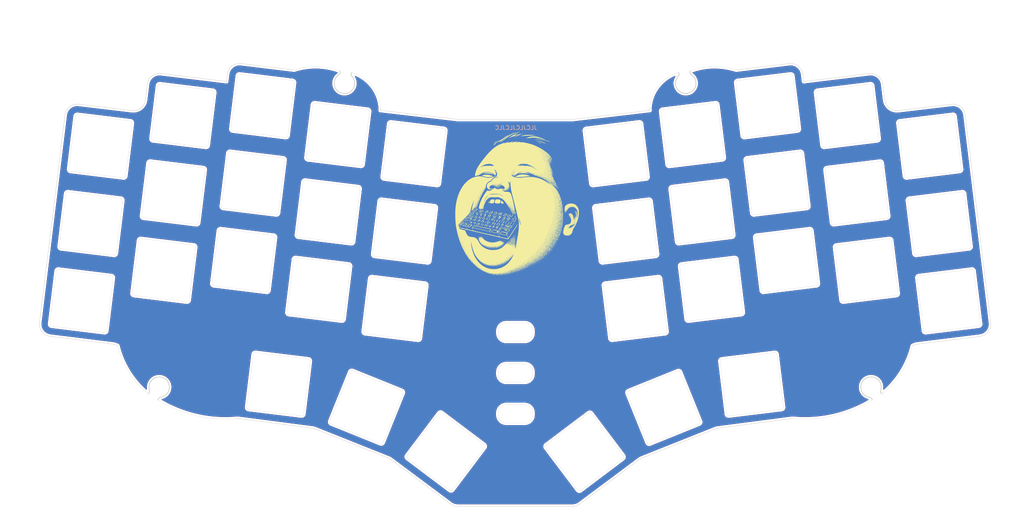
<source format=kicad_pcb>
(kicad_pcb (version 20221018) (generator pcbnew)
  (layers (0 "F.Cu" signal) (31 "B.Cu" signal) (34 "B.Paste" user) (35 "F.Paste" user) (36 "B.SilkS" user "B.Silkscreen") (37 "F.SilkS" user "F.Silkscreen") (38 "B.Mask" user) (39 "F.Mask" user) (44 "Edge.Cuts" user))
  (net 0 "")
  (footprint "LOGO" (layer "F.Cu") (at 149.925 72.575)
    (fp_text reference "G***" hide)
    (fp_text value "LOGO" hide)
  )
  (footprint "marbastlib-xp-plate-mx:Plate-M_MX_1u" (layer "B.Cu") (at 234.099431 69.754741 -173)
    (fp_text reference "MX19" hide)
    (fp_text value "MX_SW_HS")
    (fp_line (start -7 6.5) (end -7 -6.5) (stroke (width 0.05)) (layer "Edge.Cuts"))
    (fp_line (start -6.5 -7) (end 6.5 -7) (stroke (width 0.05)) (layer "Edge.Cuts"))
    (fp_line (start 6.5 7) (end -6.5 7) (stroke (width 0.05)) (layer "Edge.Cuts"))
    (fp_line (start 7 -6.5) (end 7 6.5) (stroke (width 0.05)) (layer "Edge.Cuts"))
    (fp_arc (start -6.997236 -6.498884) (mid -6.850789 -6.852437) (end -6.497236 -6.998884) (stroke (width 0.05)) (layer "Edge.Cuts"))
    (fp_arc (start -6.5 7) (mid -6.853553 6.853553) (end -7 6.5) (stroke (width 0.05)) (layer "Edge.Cuts"))
    (fp_arc (start 6.5 -7) (mid 6.853553 -6.853553) (end 7 -6.5) (stroke (width 0.05)) (layer "Edge.Cuts"))
    (fp_arc (start 7 6.5) (mid 6.853553 6.853553) (end 6.5 7) (stroke (width 0.05)) (layer "Edge.Cuts"))
  )
  (footprint "marbastlib-xp-plate-mx:Plate-M_MX_1u" (layer "B.Cu") (at 196.285803 74.397669 -173)
    (fp_text reference "MX17" hide)
    (fp_text value "MX_SW_HS")
    (fp_line (start -7 6.5) (end -7 -6.5) (stroke (width 0.05)) (layer "Edge.Cuts"))
    (fp_line (start -6.5 -7) (end 6.5 -7) (stroke (width 0.05)) (layer "Edge.Cuts"))
    (fp_line (start 6.5 7) (end -6.5 7) (stroke (width 0.05)) (layer "Edge.Cuts"))
    (fp_line (start 7 -6.5) (end 7 6.5) (stroke (width 0.05)) (layer "Edge.Cuts"))
    (fp_arc (start -6.997236 -6.498884) (mid -6.850789 -6.852437) (end -6.497236 -6.998884) (stroke (width 0.05)) (layer "Edge.Cuts"))
    (fp_arc (start -6.5 7) (mid -6.853553 6.853553) (end -7 6.5) (stroke (width 0.05)) (layer "Edge.Cuts"))
    (fp_arc (start 6.5 -7) (mid 6.853553 -6.853553) (end 7 -6.5) (stroke (width 0.05)) (layer "Edge.Cuts"))
    (fp_arc (start 7 6.5) (mid 6.853553 6.853553) (end 6.5 7) (stroke (width 0.05)) (layer "Edge.Cuts"))
  )
  (footprint "marbastlib-xp-plate-mx:Plate-M_MX_1u" (layer "B.Cu") (at 47.127158 77.234668 173)
    (fp_text reference "MX11" hide)
    (fp_text value "MX_SW_HS")
    (fp_line (start -7 6.5) (end -7 -6.5) (stroke (width 0.05)) (layer "Edge.Cuts"))
    (fp_line (start -6.5 -7) (end 6.5 -7) (stroke (width 0.05)) (layer "Edge.Cuts"))
    (fp_line (start 6.5 7) (end -6.5 7) (stroke (width 0.05)) (layer "Edge.Cuts"))
    (fp_line (start 7 -6.5) (end 7 6.5) (stroke (width 0.05)) (layer "Edge.Cuts"))
    (fp_arc (start -6.997236 -6.498884) (mid -6.850789 -6.852437) (end -6.497236 -6.998884) (stroke (width 0.05)) (layer "Edge.Cuts"))
    (fp_arc (start -6.5 7) (mid -6.853553 6.853553) (end -7 6.5) (stroke (width 0.05)) (layer "Edge.Cuts"))
    (fp_arc (start 6.5 -7) (mid 6.853553 -6.853553) (end 7 -6.5) (stroke (width 0.05)) (layer "Edge.Cuts"))
    (fp_arc (start 7 6.5) (mid 6.853553 6.853553) (end 6.5 7) (stroke (width 0.05)) (layer "Edge.Cuts"))
  )
  (footprint "marbastlib-xp-plate-mx:Plate-M_MX_1u" (layer "B.Cu") (at 107.372521 55.490856 173)
    (fp_text reference "MX4" hide)
    (fp_text value "MX_SW_HS")
    (fp_line (start -7 6.5) (end -7 -6.5) (stroke (width 0.05)) (layer "Edge.Cuts"))
    (fp_line (start -6.5 -7) (end 6.5 -7) (stroke (width 0.05)) (layer "Edge.Cuts"))
    (fp_line (start 6.5 7) (end -6.5 7) (stroke (width 0.05)) (layer "Edge.Cuts"))
    (fp_line (start 7 -6.5) (end 7 6.5) (stroke (width 0.05)) (layer "Edge.Cuts"))
    (fp_arc (start -6.997236 -6.498884) (mid -6.850789 -6.852437) (end -6.497236 -6.998884) (stroke (width 0.05)) (layer "Edge.Cuts"))
    (fp_arc (start -6.5 7) (mid -6.853553 6.853553) (end -7 6.5) (stroke (width 0.05)) (layer "Edge.Cuts"))
    (fp_arc (start 6.5 -7) (mid 6.853553 -6.853553) (end 7 -6.5) (stroke (width 0.05)) (layer "Edge.Cuts"))
    (fp_arc (start 7 6.5) (mid 6.853553 6.853553) (end 6.5 7) (stroke (width 0.05)) (layer "Edge.Cuts"))
  )
  (footprint "marbastlib-xp-plate-mx:Plate-M_MX_1u" (layer "B.Cu") (at 198.607269 93.304483 -173)
    (fp_text reference "MX27" hide)
    (fp_text value "MX_SW_HS")
    (fp_line (start -7 6.5) (end -7 -6.5) (stroke (width 0.05)) (layer "Edge.Cuts"))
    (fp_line (start -6.5 -7) (end 6.5 -7) (stroke (width 0.05)) (layer "Edge.Cuts"))
    (fp_line (start 6.5 7) (end -6.5 7) (stroke (width 0.05)) (layer "Edge.Cuts"))
    (fp_line (start 7 -6.5) (end 7 6.5) (stroke (width 0.05)) (layer "Edge.Cuts"))
    (fp_arc (start -6.997236 -6.498884) (mid -6.850789 -6.852437) (end -6.497236 -6.998884) (stroke (width 0.05)) (layer "Edge.Cuts"))
    (fp_arc (start -6.5 7) (mid -6.853553 6.853553) (end -7 6.5) (stroke (width 0.05)) (layer "Edge.Cuts"))
    (fp_arc (start 6.5 -7) (mid 6.853553 -6.853553) (end 7 -6.5) (stroke (width 0.05)) (layer "Edge.Cuts"))
    (fp_arc (start 7 6.5) (mid 6.853553 6.853553) (end 6.5 7) (stroke (width 0.05)) (layer "Edge.Cuts"))
  )
  (footprint "marbastlib-xp-plate-mx:Plate-M_MX_1u" (layer "B.Cu") (at 86.723123 67.361613 173)
    (fp_text reference "MX13" hide)
    (fp_text value "MX_SW_HS")
    (fp_line (start -7 6.5) (end -7 -6.5) (stroke (width 0.05)) (layer "Edge.Cuts"))
    (fp_line (start -6.5 -7) (end 6.5 -7) (stroke (width 0.05)) (layer "Edge.Cuts"))
    (fp_line (start 6.5 7) (end -6.5 7) (stroke (width 0.05)) (layer "Edge.Cuts"))
    (fp_line (start 7 -6.5) (end 7 6.5) (stroke (width 0.05)) (layer "Edge.Cuts"))
    (fp_arc (start -6.997236 -6.498884) (mid -6.850789 -6.852437) (end -6.497236 -6.998884) (stroke (width 0.05)) (layer "Edge.Cuts"))
    (fp_arc (start -6.5 7) (mid -6.853553 6.853553) (end -7 6.5) (stroke (width 0.05)) (layer "Edge.Cuts"))
    (fp_arc (start 6.5 -7) (mid 6.853553 -6.853553) (end 7 -6.5) (stroke (width 0.05)) (layer "Edge.Cuts"))
    (fp_arc (start 7 6.5) (mid 6.853553 6.853553) (end 6.5 7) (stroke (width 0.05)) (layer "Edge.Cuts"))
  )
  (footprint "marbastlib-xp-plate-mx:Plate-M_MX_1u" (layer "B.Cu") (at 102.72959 93.304483 173)
    (fp_text reference "MX24" hide)
    (fp_text value "MX_SW_HS")
    (fp_line (start -7 6.5) (end -7 -6.5) (stroke (width 0.05)) (layer "Edge.Cuts"))
    (fp_line (start -6.5 -7) (end 6.5 -7) (stroke (width 0.05)) (layer "Edge.Cuts"))
    (fp_line (start 6.5 7) (end -6.5 7) (stroke (width 0.05)) (layer "Edge.Cuts"))
    (fp_line (start 7 -6.5) (end 7 6.5) (stroke (width 0.05)) (layer "Edge.Cuts"))
    (fp_arc (start -6.997236 -6.498884) (mid -6.850789 -6.852437) (end -6.497236 -6.998884) (stroke (width 0.05)) (layer "Edge.Cuts"))
    (fp_arc (start -6.5 7) (mid -6.853553 6.853553) (end -7 6.5) (stroke (width 0.05)) (layer "Edge.Cuts"))
    (fp_arc (start 6.5 -7) (mid 6.853553 -6.853553) (end 7 -6.5) (stroke (width 0.05)) (layer "Edge.Cuts"))
    (fp_arc (start 7 6.5) (mid 6.853553 6.853553) (end 6.5 7) (stroke (width 0.05)) (layer "Edge.Cuts"))
  )
  (footprint "marbastlib-xp-plate-mx:Plate-M_MX_1u" (layer "B.Cu") (at 167.618046 132.99329 -143)
    (fp_text reference "MX34" hide)
    (fp_text value "MX_SW_HS")
    (fp_line (start -7 6.5) (end -7 -6.5) (stroke (width 0.05)) (layer "Edge.Cuts"))
    (fp_line (start -6.5 -7) (end 6.5 -7) (stroke (width 0.05)) (layer "Edge.Cuts"))
    (fp_line (start 6.5 7) (end -6.5 7) (stroke (width 0.05)) (layer "Edge.Cuts"))
    (fp_line (start 7 -6.5) (end 7 6.5) (stroke (width 0.05)) (layer "Edge.Cuts"))
    (fp_arc (start -6.997236 -6.498884) (mid -6.850789 -6.852437) (end -6.497236 -6.998884) (stroke (width 0.05)) (layer "Edge.Cuts"))
    (fp_arc (start -6.5 7) (mid -6.853553 6.853553) (end -7 6.5) (stroke (width 0.05)) (layer "Edge.Cuts"))
    (fp_arc (start 6.5 -7) (mid 6.853553 -6.853553) (end 7 -6.5) (stroke (width 0.05)) (layer "Edge.Cuts"))
    (fp_arc (start 7 6.5) (mid 6.853553 6.853553) (end 6.5 7) (stroke (width 0.05)) (layer "Edge.Cuts"))
  )
  (footprint "marbastlib-xp-plate-mx:Plate-M_MX_1u" (layer "B.Cu") (at 114.38793 122.106041 158)
    (fp_text reference "MX32" hide)
    (fp_text value "MX_SW_HS")
    (fp_line (start -7 6.5) (end -7 -6.5) (stroke (width 0.05)) (layer "Edge.Cuts"))
    (fp_line (start -6.5 -7) (end 6.5 -7) (stroke (width 0.05)) (layer "Edge.Cuts"))
    (fp_line (start 6.5 7) (end -6.5 7) (stroke (width 0.05)) (layer "Edge.Cuts"))
    (fp_line (start 7 -6.5) (end 7 6.5) (stroke (width 0.05)) (layer "Edge.Cuts"))
    (fp_arc (start -6.997236 -6.498884) (mid -6.850789 -6.852437) (end -6.497236 -6.998884) (stroke (width 0.05)) (layer "Edge.Cuts"))
    (fp_arc (start -6.5 7) (mid -6.853553 6.853553) (end -7 6.5) (stroke (width 0.05)) (layer "Edge.Cuts"))
    (fp_arc (start 6.5 -7) (mid 6.853553 -6.853553) (end 7 -6.5) (stroke (width 0.05)) (layer "Edge.Cuts"))
    (fp_arc (start 7 6.5) (mid 6.853553 6.853553) (end 6.5 7) (stroke (width 0.05)) (layer "Edge.Cuts"))
  )
  (footprint "marbastlib-xp-plate-mx:Plate-M_MX_1u" (layer "B.Cu") (at 186.969045 122.156184 -158)
    (fp_text reference "MX35" hide)
    (fp_text value "MX_SW_HS")
    (fp_line (start -7 6.5) (end -7 -6.5) (stroke (width 0.05)) (layer "Edge.Cuts"))
    (fp_line (start -6.5 -7) (end 6.5 -7) (stroke (width 0.05)) (layer "Edge.Cuts"))
    (fp_line (start 6.5 7) (end -6.5 7) (stroke (width 0.05)) (layer "Edge.Cuts"))
    (fp_line (start 7 -6.5) (end 7 6.5) (stroke (width 0.05)) (layer "Edge.Cuts"))
    (fp_arc (start -6.997236 -6.498884) (mid -6.850789 -6.852437) (end -6.497236 -6.998884) (stroke (width 0.05)) (layer "Edge.Cuts"))
    (fp_arc (start -6.5 7) (mid -6.853553 6.853553) (end -7 6.5) (stroke (width 0.05)) (layer "Edge.Cuts"))
    (fp_arc (start 6.5 -7) (mid 6.853553 -6.853553) (end 7 -6.5) (stroke (width 0.05)) (layer "Edge.Cuts"))
    (fp_arc (start 7 6.5) (mid 6.853553 6.853553) (end 6.5 7) (stroke (width 0.05)) (layer "Edge.Cuts"))
  )
  (footprint "marbastlib-xp-plate-mx:Plate-M_MX_1u" (layer "B.Cu") (at 236.420896 88.661556 -173)
    (fp_text reference "MX29" hide)
    (fp_text value "MX_SW_HS")
    (fp_line (start -7 6.5) (end -7 -6.5) (stroke (width 0.05)) (layer "Edge.Cuts"))
    (fp_line (start -6.5 -7) (end 6.5 -7) (stroke (width 0.05)) (layer "Edge.Cuts"))
    (fp_line (start 6.5 7) (end -6.5 7) (stroke (width 0.05)) (layer "Edge.Cuts"))
    (fp_line (start 7 -6.5) (end 7 6.5) (stroke (width 0.05)) (layer "Edge.Cuts"))
    (fp_arc (start -6.997236 -6.498884) (mid -6.850789 -6.852437) (end -6.497236 -6.998884) (stroke (width 0.05)) (layer "Edge.Cuts"))
    (fp_arc (start -6.5 7) (mid -6.853553 6.853553) (end -7 6.5) (stroke (width 0.05)) (layer "Edge.Cuts"))
    (fp_arc (start 6.5 -7) (mid 6.853553 -6.853553) (end 7 -6.5) (stroke (width 0.05)) (layer "Edge.Cuts"))
    (fp_arc (start 7 6.5) (mid 6.853553 6.853553) (end 6.5 7) (stroke (width 0.05)) (layer "Edge.Cuts"))
  )
  (footprint "marbastlib-xp-plate-mx:Plate-M_MX_1u" (layer "B.Cu") (at 254.209703 77.234668 -173)
    (fp_text reference "MX20" hide)
    (fp_text value "MX_SW_HS")
    (fp_line (start -7 6.5) (end -7 -6.5) (stroke (width 0.05)) (layer "Edge.Cuts"))
    (fp_line (start -6.5 -7) (end 6.5 -7) (stroke (width 0.05)) (layer "Edge.Cuts"))
    (fp_line (start 6.5 7) (end -6.5 7) (stroke (width 0.05)) (layer "Edge.Cuts"))
    (fp_line (start 7 -6.5) (end 7 6.5) (stroke (width 0.05)) (layer "Edge.Cuts"))
    (fp_arc (start -6.997236 -6.498884) (mid -6.850789 -6.852437) (end -6.497236 -6.998884) (stroke (width 0.05)) (layer "Edge.Cuts"))
    (fp_arc (start -6.5 7) (mid -6.853553 6.853553) (end -7 6.5) (stroke (width 0.05)) (layer "Edge.Cuts"))
    (fp_arc (start 6.5 -7) (mid 6.853553 -6.853553) (end 7 -6.5) (stroke (width 0.05)) (layer "Edge.Cuts"))
    (fp_arc (start 7 6.5) (mid 6.853553 6.853553) (end 6.5 7) (stroke (width 0.05)) (layer "Edge.Cuts"))
  )
  (footprint "marbastlib-xp-plate-mx:Plate-M_MX_1u" (layer "B.Cu") (at 125.989895 60.169619 173)
    (fp_text reference "MX5" hide)
    (fp_text value "MX_SW_HS")
    (fp_line (start -7 6.5) (end -7 -6.5) (stroke (width 0.05)) (layer "Edge.Cuts"))
    (fp_line (start -6.5 -7) (end 6.5 -7) (stroke (width 0.05)) (layer "Edge.Cuts"))
    (fp_line (start 6.5 7) (end -6.5 7) (stroke (width 0.05)) (layer "Edge.Cuts"))
    (fp_line (start 7 -6.5) (end 7 6.5) (stroke (width 0.05)) (layer "Edge.Cuts"))
    (fp_arc (start -6.997236 -6.498884) (mid -6.850789 -6.852437) (end -6.497236 -6.998884) (stroke (width 0.05)) (layer "Edge.Cuts"))
    (fp_arc (start -6.5 7) (mid -6.853553 6.853553) (end -7 6.5) (stroke (width 0.05)) (layer "Edge.Cuts"))
    (fp_arc (start 6.5 -7) (mid 6.853553 -6.853553) (end 7 -6.5) (stroke (width 0.05)) (layer "Edge.Cuts"))
    (fp_arc (start 7 6.5) (mid 6.853553 6.853553) (end 6.5 7) (stroke (width 0.05)) (layer "Edge.Cuts"))
  )
  (footprint "marbastlib-xp-plate-mx:Plate-M_MX_1u" (layer "B.Cu") (at 105.051055 74.397669 173)
    (fp_text reference "MX14" hide)
    (fp_text value "MX_SW_HS")
    (fp_line (start -7 6.5) (end -7 -6.5) (stroke (width 0.05)) (layer "Edge.Cuts"))
    (fp_line (start -6.5 -7) (end 6.5 -7) (stroke (width 0.05)) (layer "Edge.Cuts"))
    (fp_line (start 6.5 7) (end -6.5 7) (stroke (width 0.05)) (layer "Edge.Cuts"))
    (fp_line (start 7 -6.5) (end 7 6.5) (stroke (width 0.05)) (layer "Edge.Cuts"))
    (fp_arc (start -6.997236 -6.498884) (mid -6.850789 -6.852437) (end -6.497236 -6.998884) (stroke (width 0.05)) (layer "Edge.Cuts"))
    (fp_arc (start -6.5 7) (mid -6.853553 6.853553) (end -7 6.5) (stroke (width 0.05)) (layer "Edge.Cuts"))
    (fp_arc (start 6.5 -7) (mid 6.853553 -6.853553) (end 7 -6.5) (stroke (width 0.05)) (layer "Edge.Cuts"))
    (fp_arc (start 7 6.5) (mid 6.853553 6.853553) (end 6.5 7) (stroke (width 0.05)) (layer "Edge.Cuts"))
  )
  (footprint "marbastlib-xp-plate-mx:Plate-M_MX_1u" (layer "B.Cu") (at 216.935198 86.268429 -173)
    (fp_text reference "MX28" hide)
    (fp_text value "MX_SW_HS")
    (fp_line (start -7 6.5) (end -7 -6.5) (stroke (width 0.05)) (layer "Edge.Cuts"))
    (fp_line (start -6.5 -7) (end 6.5 -7) (stroke (width 0.05)) (layer "Edge.Cuts"))
    (fp_line (start 6.5 7) (end -6.5 7) (stroke (width 0.05)) (layer "Edge.Cuts"))
    (fp_line (start 7 -6.5) (end 7 6.5) (stroke (width 0.05)) (layer "Edge.Cuts"))
    (fp_arc (start -6.997236 -6.498884) (mid -6.850789 -6.852437) (end -6.497236 -6.998884) (stroke (width 0.05)) (layer "Edge.Cuts"))
    (fp_arc (start -6.5 7) (mid -6.853553 6.853553) (end -7 6.5) (stroke (width 0.05)) (layer "Edge.Cuts"))
    (fp_arc (start 6.5 -7) (mid 6.853553 -6.853553) (end 7 -6.5) (stroke (width 0.05)) (layer "Edge.Cuts"))
    (fp_arc (start 7 6.5) (mid 6.853553 6.853553) (end 6.5 7) (stroke (width 0.05)) (layer "Edge.Cuts"))
  )
  (footprint "marbastlib-xp-plate-mx:Plate-M_MX_1u" (layer "B.Cu") (at 84.401659 86.268425 173)
    (fp_text reference "MX23" hide)
    (fp_text value "MX_SW_HS")
    (fp_line (start -7 6.5) (end -7 -6.5) (stroke (width 0.05)) (layer "Edge.Cuts"))
    (fp_line (start -6.5 -7) (end 6.5 -7) (stroke (width 0.05)) (layer "Edge.Cuts"))
    (fp_line (start 6.5 7) (end -6.5 7) (stroke (width 0.05)) (layer "Edge.Cuts"))
    (fp_line (start 7 -6.5) (end 7 6.5) (stroke (width 0.05)) (layer "Edge.Cuts"))
    (fp_arc (start -6.997236 -6.498884) (mid -6.850789 -6.852437) (end -6.497236 -6.998884) (stroke (width 0.05)) (layer "Edge.Cuts"))
    (fp_arc (start -6.5 7) (mid -6.853553 6.853553) (end -7 6.5) (stroke (width 0.05)) (layer "Edge.Cuts"))
    (fp_arc (start 6.5 -7) (mid 6.853553 -6.853553) (end 7 -6.5) (stroke (width 0.05)) (layer "Edge.Cuts"))
    (fp_arc (start 7 6.5) (mid 6.853553 6.853553) (end 6.5 7) (stroke (width 0.05)) (layer "Edge.Cuts"))
  )
  (footprint "marbastlib-xp-plate-mx:Plate-M_MX_1u" (layer "B.Cu") (at 193.964339 55.490856 -173)
    (fp_text reference "MX7" hide)
    (fp_text value "MX_SW_HS")
    (fp_line (start -7 6.5) (end -7 -6.5) (stroke (width 0.05)) (layer "Edge.Cuts"))
    (fp_line (start -6.5 -7) (end 6.5 -7) (stroke (width 0.05)) (layer "Edge.Cuts"))
    (fp_line (start 6.5 7) (end -6.5 7) (stroke (width 0.05)) (layer "Edge.Cuts"))
    (fp_line (start 7 -6.5) (end 7 6.5) (stroke (width 0.05)) (layer "Edge.Cuts"))
    (fp_arc (start -6.997236 -6.498884) (mid -6.850789 -6.852437) (end -6.497236 -6.998884) (stroke (width 0.05)) (layer "Edge.Cuts"))
    (fp_arc (start -6.5 7) (mid -6.853553 6.853553) (end -7 6.5) (stroke (width 0.05)) (layer "Edge.Cuts"))
    (fp_arc (start 6.5 -7) (mid 6.853553 -6.853553) (end 7 -6.5) (stroke (width 0.05)) (layer "Edge.Cuts"))
    (fp_arc (start 7 6.5) (mid 6.853553 6.853553) (end 6.5 7) (stroke (width 0.05)) (layer "Edge.Cuts"))
  )
  (footprint "marbastlib-xp-plate-mx:Plate-M_MX_1u" (layer "B.Cu") (at 123.668432 79.076432 173)
    (fp_text reference "MX15" hide)
    (fp_text value "MX_SW_HS")
    (fp_line (start -7 6.5) (end -7 -6.5) (stroke (width 0.05)) (layer "Edge.Cuts"))
    (fp_line (start -6.5 -7) (end 6.5 -7) (stroke (width 0.05)) (layer "Edge.Cuts"))
    (fp_line (start 6.5 7) (end -6.5 7) (stroke (width 0.05)) (layer "Edge.Cuts"))
    (fp_line (start 7 -6.5) (end 7 6.5) (stroke (width 0.05)) (layer "Edge.Cuts"))
    (fp_arc (start -6.997236 -6.498884) (mid -6.850789 -6.852437) (end -6.497236 -6.998884) (stroke (width 0.05)) (layer "Edge.Cuts"))
    (fp_arc (start -6.5 7) (mid -6.853553 6.853553) (end -7 6.5) (stroke (width 0.05)) (layer "Edge.Cuts"))
    (fp_arc (start 6.5 -7) (mid 6.853553 -6.853553) (end 7 -6.5) (stroke (width 0.05)) (layer "Edge.Cuts"))
    (fp_arc (start 7 6.5) (mid 6.853553 6.853553) (end 6.5 7) (stroke (width 0.05)) (layer "Edge.Cuts"))
  )
  (footprint "marbastlib-xp-plate-mx:Plate-M_MX_1u" (layer "B.Cu") (at 179.989894 97.983246 -173)
    (fp_text reference "MX26" hide)
    (fp_text value "MX_SW_HS")
    (fp_line (start -7 6.5) (end -7 -6.5) (stroke (width 0.05)) (layer "Edge.Cuts"))
    (fp_line (start -6.5 -7) (end 6.5 -7) (stroke (width 0.05)) (layer "Edge.Cuts"))
    (fp_line (start 6.5 7) (end -6.5 7) (stroke (width 0.05)) (layer "Edge.Cuts"))
    (fp_line (start 7 -6.5) (end 7 6.5) (stroke (width 0.05)) (layer "Edge.Cuts"))
    (fp_arc (start -6.997236 -6.498884) (mid -6.850789 -6.852437) (end -6.497236 -6.998884) (stroke (width 0.05)) (layer "Edge.Cuts"))
    (fp_arc (start -6.5 7) (mid -6.853553 6.853553) (end -7 6.5) (stroke (width 0.05)) (layer "Edge.Cuts"))
    (fp_arc (start 6.5 -7) (mid 6.853553 -6.853553) (end 7 -6.5) (stroke (width 0.05)) (layer "Edge.Cuts"))
    (fp_arc (start 7 6.5) (mid 6.853553 6.853553) (end 6.5 7) (stroke (width 0.05)) (layer "Edge.Cuts"))
  )
  (footprint "marbastlib-xp-plate-mx:Plate-M_MX_1u" (layer "B.Cu") (at 69.558897 50.847928 173)
    (fp_text reference "MX2" hide)
    (fp_text value "MX_SW_HS")
    (fp_line (start -7 6.5) (end -7 -6.5) (stroke (width 0.05)) (layer "Edge.Cuts"))
    (fp_line (start -6.5 -7) (end 6.5 -7) (stroke (width 0.05)) (layer "Edge.Cuts"))
    (fp_line (start 6.5 7) (end -6.5 7) (stroke (width 0.05)) (layer "Edge.Cuts"))
    (fp_line (start 7 -6.5) (end 7 6.5) (stroke (width 0.05)) (layer "Edge.Cuts"))
    (fp_arc (start -6.997236 -6.498884) (mid -6.850789 -6.852437) (end -6.497236 -6.998884) (stroke (width 0.05)) (layer "Edge.Cuts"))
    (fp_arc (start -6.5 7) (mid -6.853553 6.853553) (end -7 6.5) (stroke (width 0.05)) (layer "Edge.Cuts"))
    (fp_arc (start 6.5 -7) (mid 6.853553 -6.853553) (end 7 -6.5) (stroke (width 0.05)) (layer "Edge.Cuts"))
    (fp_arc (start 7 6.5) (mid 6.853553 6.853553) (end 6.5 7) (stroke (width 0.05)) (layer "Edge.Cuts"))
  )
  (footprint "marbastlib-xp-plate-mx:Plate-M_MX_1u" (layer "B.Cu") (at 175.346963 60.16962 -173)
    (fp_text reference "MX6" hide)
    (fp_text value "MX_SW_HS")
    (fp_line (start -7 6.5) (end -7 -6.5) (stroke (width 0.05)) (layer "Edge.Cuts"))
    (fp_line (start -6.5 -7) (end 6.5 -7) (stroke (width 0.05)) (layer "Edge.Cuts"))
    (fp_line (start 6.5 7) (end -6.5 7) (stroke (width 0.05)) (layer "Edge.Cuts"))
    (fp_line (start 7 -6.5) (end 7 6.5) (stroke (width 0.05)) (layer "Edge.Cuts"))
    (fp_arc (start -6.997236 -6.498884) (mid -6.850789 -6.852437) (end -6.497236 -6.998884) (stroke (width 0.05)) (layer "Edge.Cuts"))
    (fp_arc (start -6.5 7) (mid -6.853553 6.853553) (end -7 6.5) (stroke (width 0.05)) (layer "Edge.Cuts"))
    (fp_arc (start 6.5 -7) (mid 6.853553 -6.853553) (end 7 -6.5) (stroke (width 0.05)) (layer "Edge.Cuts"))
    (fp_arc (start 7 6.5) (mid 6.853553 6.853553) (end 6.5 7) (stroke (width 0.05)) (layer "Edge.Cuts"))
  )
  (footprint "marbastlib-xp-plate-mx:Plate-M_MX_1u" (layer "B.Cu") (at 49.448623 58.327855 173)
    (fp_text reference "MX1" hide)
    (fp_text value "MX_SW_HS")
    (fp_line (start -7 6.5) (end -7 -6.5) (stroke (width 0.05)) (layer "Edge.Cuts"))
    (fp_line (start -6.5 -7) (end 6.5 -7) (stroke (width 0.05)) (layer "Edge.Cuts"))
    (fp_line (start 6.5 7) (end -6.5 7) (stroke (width 0.05)) (layer "Edge.Cuts"))
    (fp_line (start 7 -6.5) (end 7 6.5) (stroke (width 0.05)) (layer "Edge.Cuts"))
    (fp_arc (start -6.997236 -6.498884) (mid -6.850789 -6.852437) (end -6.497236 -6.998884) (stroke (width 0.05)) (layer "Edge.Cuts"))
    (fp_arc (start -6.5 7) (mid -6.853553 6.853553) (end -7 6.5) (stroke (width 0.05)) (layer "Edge.Cuts"))
    (fp_arc (start 6.5 -7) (mid 6.853553 -6.853553) (end 7 -6.5) (stroke (width 0.05)) (layer "Edge.Cuts"))
    (fp_arc (start 7 6.5) (mid 6.853553 6.853553) (end 6.5 7) (stroke (width 0.05)) (layer "Edge.Cuts"))
  )
  (footprint "marbastlib-xp-plate-mx:Plate-M_MX_1u" (layer "B.Cu") (at 214.613736 67.361612 -173)
    (fp_text reference "MX18" hide)
    (fp_text value "MX_SW_HS")
    (fp_line (start -7 6.5) (end -7 -6.5) (stroke (width 0.05)) (layer "Edge.Cuts"))
    (fp_line (start -6.5 -7) (end 6.5 -7) (stroke (width 0.05)) (layer "Edge.Cuts"))
    (fp_line (start 6.5 7) (end -6.5 7) (stroke (width 0.05)) (layer "Edge.Cuts"))
    (fp_line (start 7 -6.5) (end 7 6.5) (stroke (width 0.05)) (layer "Edge.Cuts"))
    (fp_arc (start -6.997236 -6.498884) (mid -6.850789 -6.852437) (end -6.497236 -6.998884) (stroke (width 0.05)) (layer "Edge.Cuts"))
    (fp_arc (start -6.5 7) (mid -6.853553 6.853553) (end -7 6.5) (stroke (width 0.05)) (layer "Edge.Cuts"))
    (fp_arc (start 6.5 -7) (mid 6.853553 -6.853553) (end 7 -6.5) (stroke (width 0.05)) (layer "Edge.Cuts"))
    (fp_arc (start 7 6.5) (mid 6.853553 6.853553) (end 6.5 7) (stroke (width 0.05)) (layer "Edge.Cuts"))
  )
  (footprint "marbastlib-xp-plate-mx:Plate-M_MX_1u" (layer "B.Cu") (at 44.805691 96.141481 173)
    (fp_text reference "MX21" hide)
    (fp_text value "MX_SW_HS")
    (fp_line (start -7 6.5) (end -7 -6.5) (stroke (width 0.05)) (layer "Edge.Cuts"))
    (fp_line (start -6.5 -7) (end 6.5 -7) (stroke (width 0.05)) (layer "Edge.Cuts"))
    (fp_line (start 6.5 7) (end -6.5 7) (stroke (width 0.05)) (layer "Edge.Cuts"))
    (fp_line (start 7 -6.5) (end 7 6.5) (stroke (width 0.05)) (layer "Edge.Cuts"))
    (fp_arc (start -6.997236 -6.498884) (mid -6.850789 -6.852437) (end -6.497236 -6.998884) (stroke (width 0.05)) (layer "Edge.Cuts"))
    (fp_arc (start -6.5 7) (mid -6.853553 6.853553) (end -7 6.5) (stroke (width 0.05)) (layer "Edge.Cuts"))
    (fp_arc (start 6.5 -7) (mid 6.853553 -6.853553) (end 7 -6.5) (stroke (width 0.05)) (layer "Edge.Cuts"))
    (fp_arc (start 7 6.5) (mid 6.853553 6.853553) (end 6.5 7) (stroke (width 0.05)) (layer "Edge.Cuts"))
  )
  (footprint "marbastlib-xp-plate-mx:Plate-M_MX_1u" (layer "B.Cu") (at 212.292273 48.454798 -173)
    (fp_text reference "MX8" hide)
    (fp_text value "MX_SW_HS")
    (fp_line (start -7 6.5) (end -7 -6.5) (stroke (width 0.05)) (layer "Edge.Cuts"))
    (fp_line (start -6.5 -7) (end 6.5 -7) (stroke (width 0.05)) (layer "Edge.Cuts"))
    (fp_line (start 6.5 7) (end -6.5 7) (stroke (width 0.05)) (layer "Edge.Cuts"))
    (fp_line (start 7 -6.5) (end 7 6.5) (stroke (width 0.05)) (layer "Edge.Cuts"))
    (fp_arc (start -6.997236 -6.498884) (mid -6.850789 -6.852437) (end -6.497236 -6.998884) (stroke (width 0.05)) (layer "Edge.Cuts"))
    (fp_arc (start -6.5 7) (mid -6.853553 6.853553) (end -7 6.5) (stroke (width 0.05)) (layer "Edge.Cuts"))
    (fp_arc (start 6.5 -7) (mid 6.853553 -6.853553) (end 7 -6.5) (stroke (width 0.05)) (layer "Edge.Cuts"))
    (fp_arc (start 7 6.5) (mid 6.853553 6.853553) (end 6.5 7) (stroke (width 0.05)) (layer "Edge.Cuts"))
  )
  (footprint "marbastlib-xp-plate-mx:Plate-M_MX_1u" (layer "B.Cu") (at 177.668428 79.076433 -173)
    (fp_text reference "MX16" hide)
    (fp_text value "MX_SW_HS")
    (fp_line (start -7 6.5) (end -7 -6.5) (stroke (width 0.05)) (layer "Edge.Cuts"))
    (fp_line (start -6.5 -7) (end 6.5 -7) (stroke (width 0.05)) (layer "Edge.Cuts"))
    (fp_line (start 6.5 7) (end -6.5 7) (stroke (width 0.05)) (layer "Edge.Cuts"))
    (fp_line (start 7 -6.5) (end 7 6.5) (stroke (width 0.05)) (layer "Edge.Cuts"))
    (fp_arc (start -6.997236 -6.498884) (mid -6.850789 -6.852437) (end -6.497236 -6.998884) (stroke (width 0.05)) (layer "Edge.Cuts"))
    (fp_arc (start -6.5 7) (mid -6.853553 6.853553) (end -7 6.5) (stroke (width 0.05)) (layer "Edge.Cuts"))
    (fp_arc (start 6.5 -7) (mid 6.853553 -6.853553) (end 7 -6.5) (stroke (width 0.05)) (layer "Edge.Cuts"))
    (fp_arc (start 7 6.5) (mid 6.853553 6.853553) (end 6.5 7) (stroke (width 0.05)) (layer "Edge.Cuts"))
  )
  (footprint "marbastlib-xp-plate-mx:Plate-M_MX_1u" (layer "B.Cu") (at 92.904236 116.498652 173)
    (fp_text reference "MX31" hide)
    (fp_text value "MX_SW_HS")
    (fp_line (start -7 6.5) (end -7 -6.5) (stroke (width 0.05)) (layer "Edge.Cuts"))
    (fp_line (start -6.5 -7) (end 6.5 -7) (stroke (width 0.05)) (layer "Edge.Cuts"))
    (fp_line (start 6.5 7) (end -6.5 7) (stroke (width 0.05)) (layer "Edge.Cuts"))
    (fp_line (start 7 -6.5) (end 7 6.5) (stroke (width 0.05)) (layer "Edge.Cuts"))
    (fp_arc (start -6.997236 -6.498884) (mid -6.850789 -6.852437) (end -6.497236 -6.998884) (stroke (width 0.05)) (layer "Edge.Cuts"))
    (fp_arc (start -6.5 7) (mid -6.853553 6.853553) (end -7 6.5) (stroke (width 0.05)) (layer "Edge.Cuts"))
    (fp_arc (start 6.5 -7) (mid 6.853553 -6.853553) (end 7 -6.5) (stroke (width 0.05)) (layer "Edge.Cuts"))
    (fp_arc (start 7 6.5) (mid 6.853553 6.853553) (end 6.5 7) (stroke (width 0.05)) (layer "Edge.Cuts"))
  )
  (footprint "marbastlib-xp-plate-mx:Plate-M_MX_1u" (layer "B.Cu") (at 256.531167 96.141482 -173)
    (fp_text reference "MX30" hide)
    (fp_text value "MX_SW_HS")
    (fp_line (start -7 6.5) (end -7 -6.5) (stroke (width 0.05)) (layer "Edge.Cuts"))
    (fp_line (start -6.5 -7) (end 6.5 -7) (stroke (width 0.05)) (layer "Edge.Cuts"))
    (fp_line (start 6.5 7) (end -6.5 7) (stroke (width 0.05)) (layer "Edge.Cuts"))
    (fp_line (start 7 -6.5) (end 7 6.5) (stroke (width 0.05)) (layer "Edge.Cuts"))
    (fp_arc (start -6.997236 -6.498884) (mid -6.850789 -6.852437) (end -6.497236 -6.998884) (stroke (width 0.05)) (layer "Edge.Cuts"))
    (fp_arc (start -6.5 7) (mid -6.853553 6.853553) (end -7 6.5) (stroke (width 0.05)) (layer "Edge.Cuts"))
    (fp_arc (start 6.5 -7) (mid 6.853553 -6.853553) (end 7 -6.5) (stroke (width 0.05)) (layer "Edge.Cuts"))
    (fp_arc (start 7 6.5) (mid 6.853553 6.853553) (end 6.5 7) (stroke (width 0.05)) (layer "Edge.Cuts"))
  )
  (footprint "marbastlib-xp-plate-mx:Plate-M_MX_1u" (layer "B.Cu") (at 251.888239 58.327855 -173)
    (fp_text reference "MX10" hide)
    (fp_text value "MX_SW_HS")
    (fp_line (start -7 6.5) (end -7 -6.5) (stroke (width 0.05)) (layer "Edge.Cuts"))
    (fp_line (start -6.5 -7) (end 6.5 -7) (stroke (width 0.05)) (layer "Edge.Cuts"))
    (fp_line (start 6.5 7) (end -6.5 7) (stroke (width 0.05)) (layer "Edge.Cuts"))
    (fp_line (start 7 -6.5) (end 7 6.5) (stroke (width 0.05)) (layer "Edge.Cuts"))
    (fp_arc (start -6.997236 -6.498884) (mid -6.850789 -6.852437) (end -6.497236 -6.998884) (stroke (width 0.05)) (layer "Edge.Cuts"))
    (fp_arc (start -6.5 7) (mid -6.853553 6.853553) (end -7 6.5) (stroke (width 0.05)) (layer "Edge.Cuts"))
    (fp_arc (start 6.5 -7) (mid 6.853553 -6.853553) (end 7 -6.5) (stroke (width 0.05)) (layer "Edge.Cuts"))
    (fp_arc (start 7 6.5) (mid 6.853553 6.853553) (end 6.5 7) (stroke (width 0.05)) (layer "Edge.Cuts"))
  )
  (footprint "marbastlib-xp-plate-mx:Plate-M_MX_1u" (layer "B.Cu") (at 231.777965 50.847928 -173)
    (fp_text reference "MX9" hide)
    (fp_text value "MX_SW_HS")
    (fp_line (start -7 6.5) (end -7 -6.5) (stroke (width 0.05)) (layer "Edge.Cuts"))
    (fp_line (start -6.5 -7) (end 6.5 -7) (stroke (width 0.05)) (layer "Edge.Cuts"))
    (fp_line (start 6.5 7) (end -6.5 7) (stroke (width 0.05)) (layer "Edge.Cuts"))
    (fp_line (start 7 -6.5) (end 7 6.5) (stroke (width 0.05)) (layer "Edge.Cuts"))
    (fp_arc (start -6.997236 -6.498884) (mid -6.850789 -6.852437) (end -6.497236 -6.998884) (stroke (width 0.05)) (layer "Edge.Cuts"))
    (fp_arc (start -6.5 7) (mid -6.853553 6.853553) (end -7 6.5) (stroke (width 0.05)) (layer "Edge.Cuts"))
    (fp_arc (start 6.5 -7) (mid 6.853553 -6.853553) (end 7 -6.5) (stroke (width 0.05)) (layer "Edge.Cuts"))
    (fp_arc (start 7 6.5) (mid 6.853553 6.853553) (end 6.5 7) (stroke (width 0.05)) (layer "Edge.Cuts"))
  )
  (footprint "marbastlib-xp-plate-mx:Plate-M_MX_1u" (layer "B.Cu") (at 133.738655 132.943448 143)
    (fp_text reference "MX33" hide)
    (fp_text value "MX_SW_HS")
    (fp_line (start -7 6.5) (end -7 -6.5) (stroke (width 0.05)) (layer "Edge.Cuts"))
    (fp_line (start -6.5 -7) (end 6.5 -7) (stroke (width 0.05)) (layer "Edge.Cuts"))
    (fp_line (start 6.5 7) (end -6.5 7) (stroke (width 0.05)) (layer "Edge.Cuts"))
    (fp_line (start 7 -6.5) (end 7 6.5) (stroke (width 0.05)) (layer "Edge.Cuts"))
    (fp_arc (start -6.997236 -6.498884) (mid -6.850789 -6.852437) (end -6.497236 -6.998884) (stroke (width 0.05)) (layer "Edge.Cuts"))
    (fp_arc (start -6.5 7) (mid -6.853553 6.853553) (end -7 6.5) (stroke (width 0.05)) (layer "Edge.Cuts"))
    (fp_arc (start 6.5 -7) (mid 6.853553 -6.853553) (end 7 -6.5) (stroke (width 0.05)) (layer "Edge.Cuts"))
    (fp_arc (start 7 6.5) (mid 6.853553 6.853553) (end 6.5 7) (stroke (width 0.05)) (layer "Edge.Cuts"))
  )
  (footprint "marbastlib-xp-plate-mx:Plate-M_MX_1u" (layer "B.Cu") (at 208.432626 116.498652 -173)
    (fp_text reference "MX36" hide)
    (fp_text value "MX_SW_HS")
    (fp_line (start -7 6.5) (end -7 -6.5) (stroke (width 0.05)) (layer "Edge.Cuts"))
    (fp_line (start -6.5 -7) (end 6.5 -7) (stroke (width 0.05)) (layer "Edge.Cuts"))
    (fp_line (start 6.5 7) (end -6.5 7) (stroke (width 0.05)) (layer "Edge.Cuts"))
    (fp_line (start 7 -6.5) (end 7 6.5) (stroke (width 0.05)) (layer "Edge.Cuts"))
    (fp_arc (start -6.997236 -6.498884) (mid -6.850789 -6.852437) (end -6.497236 -6.998884) (stroke (width 0.05)) (layer "Edge.Cuts"))
    (fp_arc (start -6.5 7) (mid -6.853553 6.853553) (end -7 6.5) (stroke (width 0.05)) (layer "Edge.Cuts"))
    (fp_arc (start 6.5 -7) (mid 6.853553 -6.853553) (end 7 -6.5) (stroke (width 0.05)) (layer "Edge.Cuts"))
    (fp_arc (start 7 6.5) (mid 6.853553 6.853553) (end 6.5 7) (stroke (width 0.05)) (layer "Edge.Cuts"))
  )
  (footprint "marbastlib-xp-plate-mx:Plate-M_MX_1u" (layer "B.Cu") (at 67.23743 69.754742 173)
    (fp_text reference "MX12" hide)
    (fp_text value "MX_SW_HS")
    (fp_line (start -7 6.5) (end -7 -6.5) (stroke (width 0.05)) (layer "Edge.Cuts"))
    (fp_line (start -6.5 -7) (end 6.5 -7) (stroke (width 0.05)) (layer "Edge.Cuts"))
    (fp_line (start 6.5 7) (end -6.5 7) (stroke (width 0.05)) (layer "Edge.Cuts"))
    (fp_line (start 7 -6.5) (end 7 6.5) (stroke (width 0.05)) (layer "Edge.Cuts"))
    (fp_arc (start -6.997236 -6.498884) (mid -6.850789 -6.852437) (end -6.497236 -6.998884) (stroke (width 0.05)) (layer "Edge.Cuts"))
    (fp_arc (start -6.5 7) (mid -6.853553 6.853553) (end -7 6.5) (stroke (width 0.05)) (layer "Edge.Cuts"))
    (fp_arc (start 6.5 -7) (mid 6.853553 -6.853553) (end 7 -6.5) (stroke (width 0.05)) (layer "Edge.Cuts"))
    (fp_arc (start 7 6.5) (mid 6.853553 6.853553) (end 6.5 7) (stroke (width 0.05)) (layer "Edge.Cuts"))
  )
  (footprint "marbastlib-xp-plate-mx:Plate-M_MX_1u" (layer "B.Cu") (at 121.346964 97.983245 173)
    (fp_text reference "MX25" hide)
    (fp_text value "MX_SW_HS")
    (fp_line (start -7 6.5) (end -7 -6.5) (stroke (width 0.05)) (layer "Edge.Cuts"))
    (fp_line (start -6.5 -7) (end 6.5 -7) (stroke (width 0.05)) (layer "Edge.Cuts"))
    (fp_line (start 6.5 7) (end -6.5 7) (stroke (width 0.05)) (layer "Edge.Cuts"))
    (fp_line (start 7 -6.5) (end 7 6.5) (stroke (width 0.05)) (layer "Edge.Cuts"))
    (fp_arc (start -6.997236 -6.498884) (mid -6.850789 -6.852437) (end -6.497236 -6.998884) (stroke (width 0.05)) (layer "Edge.Cuts"))
    (fp_arc (start -6.5 7) (mid -6.853553 6.853553) (end -7 6.5) (stroke (width 0.05)) (layer "Edge.Cuts"))
    (fp_arc (start 6.5 -7) (mid 6.853553 -6.853553) (end 7 -6.5) (stroke (width 0.05)) (layer "Edge.Cuts"))
    (fp_arc (start 7 6.5) (mid 6.853553 6.853553) (end 6.5 7) (stroke (width 0.05)) (layer "Edge.Cuts"))
  )
  (footprint "marbastlib-xp-plate-mx:Plate-M_MX_1u" (layer "B.Cu") (at 64.915966 88.661554 173)
    (fp_text reference "MX22" hide)
    (fp_text value "MX_SW_HS")
    (fp_line (start -7 6.5) (end -7 -6.5) (stroke (width 0.05)) (layer "Edge.Cuts"))
    (fp_line (start -6.5 -7) (end 6.5 -7) (stroke (width 0.05)) (layer "Edge.Cuts"))
    (fp_line (start 6.5 7) (end -6.5 7) (stroke (width 0.05)) (layer "Edge.Cuts"))
    (fp_line (start 7 -6.5) (end 7 6.5) (stroke (width 0.05)) (layer "Edge.Cuts"))
    (fp_arc (start -6.997236 -6.498884) (mid -6.850789 -6.852437) (end -6.497236 -6.998884) (stroke (width 0.05)) (layer "Edge.Cuts"))
    (fp_arc (start -6.5 7) (mid -6.853553 6.853553) (end -7 6.5) (stroke (width 0.05)) (layer "Edge.Cuts"))
    (fp_arc (start 6.5 -7) (mid 6.853553 -6.853553) (end 7 -6.5) (stroke (width 0.05)) (layer "Edge.Cuts"))
    (fp_arc (start 7 6.5) (mid 6.853553 6.853553) (end 6.5 7) (stroke (width 0.05)) (layer "Edge.Cuts"))
  )
  (footprint "marbastlib-xp-plate-mx:Plate-M_MX_1u" (layer "B.Cu") (at 89.044587 48.454798 173)
    (fp_text reference "MX3" hide)
    (fp_text value "MX_SW_HS")
    (fp_line (start -7 6.5) (end -7 -6.5) (stroke (width 0.05)) (layer "Edge.Cuts"))
    (fp_line (start -6.5 -7) (end 6.5 -7) (stroke (width 0.05)) (layer "Edge.Cuts"))
    (fp_line (start 6.5 7) (end -6.5 7) (stroke (width 0.05)) (layer "Edge.Cuts"))
    (fp_line (start 7 -6.5) (end 7 6.5) (stroke (width 0.05)) (layer "Edge.Cuts"))
    (fp_arc (start -6.997236 -6.498884) (mid -6.850789 -6.852437) (end -6.497236 -6.998884) (stroke (width 0.05)) (layer "Edge.Cuts"))
    (fp_arc (start -6.5 7) (mid -6.853553 6.853553) (end -7 6.5) (stroke (width 0.05)) (layer "Edge.Cuts"))
    (fp_arc (start 6.5 -7) (mid 6.853553 -6.853553) (end 7 -6.5) (stroke (width 0.05)) (layer "Edge.Cuts"))
    (fp_arc (start 7 6.5) (mid 6.853553 6.853553) (end 6.5 7) (stroke (width 0.05)) (layer "Edge.Cuts"))
  )
  (gr_line (start 221.123185 42.529623) (end 237.10004 40.590481) (stroke (width 0.1)) (layer "Edge.Cuts"))
  (gr_arc (start 155 114) (mid 154.414214 115.414214) (end 153 116) (stroke (width 0.05)) (layer "Edge.Cuts"))
  (gr_arc (start 180.956646 134.916012) (mid 181.28584 134.702222) (end 181.640129 134.533244) (stroke (width 0.1)) (layer "Edge.Cuts"))
  (gr_line (start 166.471674 145.73332) (end 180.956646 134.916012) (stroke (width 0.1)) (layer "Edge.Cuts"))
  (gr_line (start 153 106) (end 148.5 106) (stroke (width 0.05)) (layer "Edge.Cuts"))
  (gr_arc (start 266.758825 101.457078) (mid 266.14634 103.667475) (end 264.151276 104.799149) (stroke (width 0.1)) (layer "Edge.Cuts"))
  (gr_line (start 146.5 114) (end 146.5 113.5) (stroke (width 0.05)) (layer "Edge.Cuts"))
  (gr_line (start 204.596993 39.712617) (end 217.559507 38.139333) (stroke (width 0.1)) (layer "Edge.Cuts"))
  (gr_arc (start 107.938884 39.986294) (mid 107.9432 40.4787) (end 107.641188 40.867635) (stroke (width 0.2)) (layer "Edge.Cuts"))
  (gr_line (start 155 103.5) (end 155 104) (stroke (width 0.05)) (layer "Edge.Cuts"))
  (gr_arc (start 110.746826 40.326092) (mid 115.667933 43.581104) (end 117.80406 49.081047) (stroke (width 0.05)) (layer "Edge.Cuts"))
  (gr_arc (start 190.579543 40.326092) (mid 190.701177 40.803254) (end 190.500669 41.253003) (stroke (width 0.2)) (layer "Edge.Cuts"))
  (gr_line (start 101.853456 127.419354) (end 119.686239 134.53324) (stroke (width 0.1)) (layer "Edge.Cuts"))
  (gr_arc (start 60.887332 43.202159) (mid 62.016574 41.205609) (end 64.22633 40.590481) (stroke (width 0.1)) (layer "Edge.Cuts"))
  (gr_arc (start 148.5 116) (mid 147.085786 115.414214) (end 146.5 114) (stroke (width 0.05)) (layer "Edge.Cuts"))
  (gr_line (start 244.240344 49.626393) (end 257.204559 48.083031) (stroke (width 0.1)) (layer "Edge.Cuts"))
  (gr_arc (start 60.418198 47.013893) (mid 59.291653 49.00831) (end 57.086026 49.626391) (stroke (width 0.1)) (layer "Edge.Cuts"))
  (gr_arc (start 183.522309 49.081047) (mid 185.658429 43.581099) (end 190.579543 40.326092) (stroke (width 0.05)) (layer "Edge.Cuts"))
  (gr_arc (start 110.8257 41.253003) (mid 108.702715 45.446028) (end 107.641188 40.867635) (stroke (width 0.2)) (layer "Edge.Cuts"))
  (gr_line (start 146.5 124) (end 146.5 123.5) (stroke (width 0.05)) (layer "Edge.Cuts"))
  (gr_line (start 148.5 101.5) (end 153 101.5) (stroke (width 0.05)) (layer "Edge.Cuts"))
  (gr_arc (start 240.246135 118.876854) (mid 239.935564 118.49472) (end 239.928939 118.002341) (stroke (width 0.2)) (layer "Edge.Cuts"))
  (gr_arc (start 244.240344 49.626393) (mid 242.034725 49.008319) (end 240.908172 47.013891) (stroke (width 0.1)) (layer "Edge.Cuts"))
  (gr_line (start 260.536911 50.697005) (end 266.758825 101.457078) (stroke (width 0.1)) (layer "Edge.Cuts"))
  (gr_line (start 200.197141 127.230931) (end 218.384538 124.86278) (stroke (width 0.1)) (layer "Edge.Cuts"))
  (gr_arc (start 63.486693 120.363113) (mid 63.689321 119.914321) (end 64.126615 119.687921) (stroke (width 0.2)) (layer "Edge.Cuts"))
  (gr_line (start 153 126) (end 148.5 126) (stroke (width 0.05)) (layer "Edge.Cuts"))
  (gr_arc (start 217.559507 38.139333) (mid 219.765486 38.751511) (end 220.897318 40.741515) (stroke (width 0.1)) (layer "Edge.Cuts"))
  (gr_line (start 148.5 111.5) (end 153 111.5) (stroke (width 0.05)) (layer "Edge.Cuts"))
  (gr_line (start 64.22633 40.590481) (end 80.203183 42.529623) (stroke (width 0.1)) (layer "Edge.Cuts"))
  (gr_line (start 155 123.5) (end 155 124) (stroke (width 0.05)) (layer "Edge.Cuts"))
  (gr_arc (start 148.5 126) (mid 147.085786 125.414214) (end 146.5 124) (stroke (width 0.05)) (layer "Edge.Cuts"))
  (gr_arc (start 257.204559 48.083031) (mid 259.41078 48.701559) (end 260.536911 50.697005) (stroke (width 0.1)) (layer "Edge.Cuts"))
  (gr_line (start 220.897318 40.741515) (end 221.123185 42.529623) (stroke (width 0.1)) (layer "Edge.Cuts"))
  (gr_arc (start 153 101.5) (mid 154.414214 102.085786) (end 155 103.5) (stroke (width 0.05)) (layer "Edge.Cuts"))
  (gr_arc (start 148.5 106) (mid 147.085786 105.414214) (end 146.5 104) (stroke (width 0.05)) (layer "Edge.Cuts"))
  (gr_arc (start 146.5 123.5) (mid 147.085786 122.085786) (end 148.5 121.5) (stroke (width 0.05)) (layer "Edge.Cuts"))
  (gr_line (start 164.946933 51.759294) (end 183.573185 49.579626) (stroke (width 0.1)) (layer "Edge.Cuts"))
  (gr_line (start 136.72812 51.779627) (end 164.598248 51.779623) (stroke (width 0.1)) (layer "Edge.Cuts"))
  (gr_arc (start 136.72812 51.779627) (mid 136.553481 51.774543) (end 136.379435 51.759291) (stroke (width 0.1)) (layer "Edge.Cuts"))
  (gr_arc (start 61.080235 118.876855) (mid 56.417056 113.601035) (end 53.659147 107.12234) (stroke (width 0.05)) (layer "Edge.Cuts"))
  (gr_arc (start 61.397431 118.002342) (mid 61.390804 118.494727) (end 61.080235 118.876855) (stroke (width 0.2)) (layer "Edge.Cuts"))
  (gr_arc (start 247.667223 107.122339) (mid 244.909314 113.601032) (end 240.246135 118.876854) (stroke (width 0.05)) (layer "Edge.Cuts"))
  (gr_arc (start 80.429048 40.741516) (mid 81.56092 38.75157) (end 83.766863 38.139334) (stroke (width 0.1)) (layer "Edge.Cuts"))
  (gr_arc (start 155 124) (mid 154.414214 125.414214) (end 153 126) (stroke (width 0.05)) (layer "Edge.Cuts"))
  (gr_arc (start 193.685181 40.867635) (mid 193.383169 40.4787) (end 193.387485 39.986294) (stroke (width 0.2)) (layer "Edge.Cuts"))
  (gr_line (start 34.567542 101.457078) (end 40.789459 50.697006) (stroke (width 0.1)) (layer "Edge.Cuts"))
  (gr_line (start 37.175092 104.799146) (end 52.455066 106.699037) (stroke (width 0.1)) (layer "Edge.Cuts"))
  (gr_arc (start 237.10004 40.590481) (mid 239.309809 41.20561) (end 240.439034 43.202158) (stroke (width 0.1)) (layer "Edge.Cuts"))
  (gr_arc (start 155 104) (mid 154.414214 105.414214) (end 153 106) (stroke (width 0.05)) (layer "Edge.Cuts"))
  (gr_arc (start 96.729377 39.71262) (mid 102.357568 38.889584) (end 107.938884 39.986294) (stroke (width 0.05)) (layer "Edge.Cuts"))
  (gr_arc (start 237.199755 119.68792) (mid 237.637045 119.914316) (end 237.839677 120.363112) (stroke (width 0.2)) (layer "Edge.Cuts"))
  (gr_arc (start 52.455066 106.699037) (mid 53.079876 106.84592) (end 53.659147 107.12234) (stroke (width 0.1)) (layer "Edge.Cuts"))
  (gr_arc (start 153 111.5) (mid 154.414214 112.085786) (end 155 113.5) (stroke (width 0.05)) (layer "Edge.Cuts"))
  (gr_line (start 248.871299 106.69904) (end 264.151276 104.799149) (stroke (width 0.1)) (layer "Edge.Cuts"))
  (gr_arc (start 119.686239 134.53324) (mid 120.040532 134.702216) (end 120.369722 134.916015) (stroke (width 0.1)) (layer "Edge.Cuts"))
  (gr_arc (start 193.387485 39.986294) (mid 198.968804 38.889602) (end 204.596992 39.71262) (stroke (width 0.05)) (layer "Edge.Cuts"))
  (gr_arc (start 136.649762 146.329625) (mid 135.704004 146.176642) (end 134.854696 145.733316) (stroke (width 0.1)) (layer "Edge.Cuts"))
  (gr_arc (start 237.199755 119.68792) (mid 236.242969 115.0865) (end 239.928939 118.002341) (stroke (width 0.2)) (layer "Edge.Cuts"))
  (gr_line (start 117.753184 49.579623) (end 136.379435 51.759291) (stroke (width 0.1)) (layer "Edge.Cuts"))
  (gr_arc (start 40.789459 50.697006) (mid 41.915601 48.701571) (end 44.121811 48.083033) (stroke (width 0.1)) (layer "Edge.Cuts"))
  (gr_line (start 181.640129 134.533244) (end 199.472915 127.419356) (stroke (width 0.1)) (layer "Edge.Cuts"))
  (gr_arc (start 153 121.5) (mid 154.414214 122.085786) (end 155 123.5) (stroke (width 0.05)) (layer "Edge.Cuts"))
  (gr_line (start 148.5 121.5) (end 153 121.5) (stroke (width 0.05)) (layer "Edge.Cuts"))
  (gr_line (start 44.121811 48.083033) (end 57.086026 49.626391) (stroke (width 0.1)) (layer "Edge.Cuts"))
  (gr_arc (start 110.8257 41.253003) (mid 110.625192 40.803254) (end 110.746826 40.326092) (stroke (width 0.2)) (layer "Edge.Cuts"))
  (gr_arc (start 199.472915 127.419356) (mid 199.829129 127.302469) (end 200.197141 127.230931) (stroke (width 0.1)) (layer "Edge.Cuts"))
  (gr_arc (start 193.685181 40.867635) (mid 192.623654 45.446028) (end 190.500669 41.253003) (stroke (width 0.2)) (layer "Edge.Cuts"))
  (gr_line (start 83.766863 38.139334) (end 96.729376 39.71262) (stroke (width 0.1)) (layer "Edge.Cuts"))
  (gr_arc (start 101.129229 127.230934) (mid 101.49724 127.302477) (end 101.853456 127.419354) (stroke (width 0.1)) (layer "Edge.Cuts"))
  (gr_arc (start 166.471674 145.73332) (mid 165.622368 146.176649) (end 164.676607 146.329623) (stroke (width 0.1)) (layer "Edge.Cuts"))
  (gr_arc (start 61.397431 118.002342) (mid 65.08335 115.08647) (end 64.126615 119.687921) (stroke (width 0.2)) (layer "Edge.Cuts"))
  (gr_arc (start 247.667221 107.122339) (mid 248.246486 106.845907) (end 248.871299 106.69904) (stroke (width 0.1)) (layer "Edge.Cuts"))
  (gr_line (start 183.573185 49.579626) (end 183.522309 49.081047) (stroke (width 0.1)) (layer "Edge.Cuts"))
  (gr_line (start 136.649762 146.329625) (end 164.676607 146.329623) (stroke (width 0.1)) (layer "Edge.Cuts"))
  (gr_line (start 155 113.5) (end 155 114) (stroke (width 0.05)) (layer "Edge.Cuts"))
  (gr_line (start 117.80406 49.081047) (end 117.753184 49.579623) (stroke (width 0.1)) (layer "Edge.Cuts"))
  (gr_line (start 240.439034 43.202158) (end 240.908172 47.013891) (stroke (width 0.1)) (layer "Edge.Cuts"))
  (gr_arc (start 146.5 113.5) (mid 147.085786 112.085786) (end 148.5 111.5) (stroke (width 0.05)) (layer "Edge.Cuts"))
  (gr_line (start 80.203183 42.529623) (end 80.429048 40.741516) (stroke (width 0.1)) (layer "Edge.Cuts"))
  (gr_arc (start 146.5 103.5) (mid 147.085786 102.085786) (end 148.5 101.5) (stroke (width 0.05)) (layer "Edge.Cuts"))
  (gr_arc (start 164.946933 51.759294) (mid 164.772887 51.774538) (end 164.598248 51.779623) (stroke (width 0.1)) (layer "Edge.Cuts"))
  (gr_line (start 82.941832 124.862781) (end 101.129229 127.230934) (stroke (width 0.1)) (layer "Edge.Cuts"))
  (gr_line (start 60.418198 47.013893) (end 60.887332 43.202159) (stroke (width 0.1)) (layer "Edge.Cuts"))
  (gr_line (start 120.369722 134.916015) (end 134.854696 145.733316) (stroke (width 0.1)) (layer "Edge.Cuts"))
  (gr_line (start 146.5 104) (end 146.5 103.5) (stroke (width 0.05)) (layer "Edge.Cuts"))
  (gr_line (start 153 116) (end 148.5 116) (stroke (width 0.05)) (layer "Edge.Cuts"))
  (gr_arc (start 82.941832 124.862781) (mid 72.846387 124.203508) (end 63.486694 120.363113) (stroke (width 0.05)) (layer "Edge.Cuts"))
  (gr_arc (start 237.839676 120.363112) (mid 228.479979 124.203509) (end 218.384538 124.86278) (stroke (width 0.05)) (layer "Edge.Cuts"))
  (gr_arc (start 37.175092 104.799146) (mid 35.180033 103.667466) (end 34.567542 101.457078) (stroke (width 0.1)) (layer "Edge.Cuts"))
  (gr_text "JLCJLCJLCJLC" (at 150.875 53.825) (layer "B.SilkS") (effects (font (size 1 1)) (justify mirror)))
  (zone (net 0) (net_name "") (layers "F&B.Cu") (connect_pads (clearance 0.5)) (min_thickness 0.25) (fill yes (thermal_gap 0.5) (thermal_bridge_width 0.5) (island_removal_mode 1) (island_area_min 10))
    (polygon (pts (xy 24.912221 22.613762) (xy 274.912221 22.613762) (xy 274.912221 150.613762) (xy 25.912221 151.613762)))
  )
)
</source>
